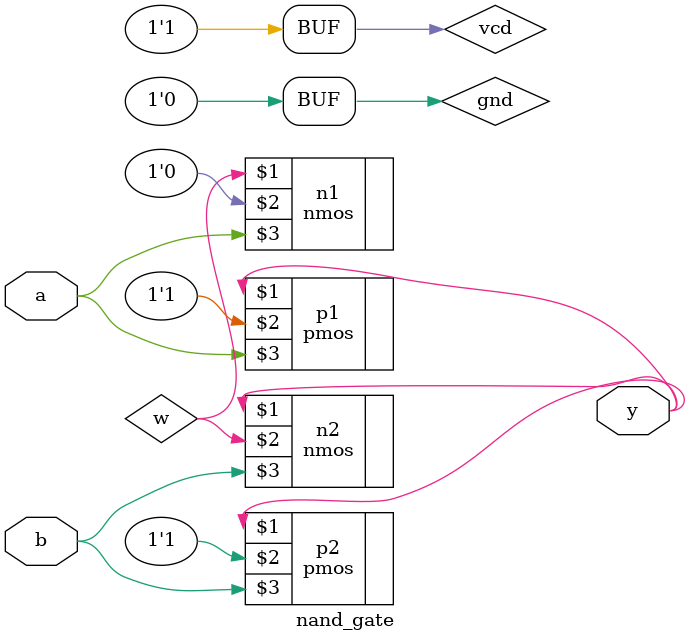
<source format=v>
module nand_gate(
input a,b,
output y);
supply1 vcd;
supply0 gnd;
wire w;
pmos p1(y,vcd,a);
pmos p2(y,vcd,b);
nmos n1(w,gnd,a);
nmos n2(y,w,b);
endmodule

</source>
